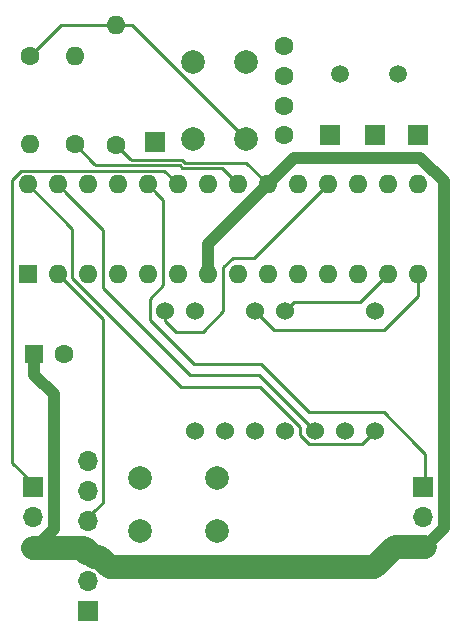
<source format=gbl>
G04 #@! TF.GenerationSoftware,KiCad,Pcbnew,5.0.0-fee4fd1~66~ubuntu14.04.1*
G04 #@! TF.CreationDate,2018-10-15T15:43:49-07:00*
G04 #@! TF.ProjectId,count,636F756E742E6B696361645F70636200,rev?*
G04 #@! TF.SameCoordinates,Original*
G04 #@! TF.FileFunction,Copper,L2,Bot,Signal*
G04 #@! TF.FilePolarity,Positive*
%FSLAX46Y46*%
G04 Gerber Fmt 4.6, Leading zero omitted, Abs format (unit mm)*
G04 Created by KiCad (PCBNEW 5.0.0-fee4fd1~66~ubuntu14.04.1) date Mon Oct 15 15:43:49 2018*
%MOMM*%
%LPD*%
G01*
G04 APERTURE LIST*
G04 #@! TA.AperFunction,ComponentPad*
%ADD10R,1.600000X1.600000*%
G04 #@! TD*
G04 #@! TA.AperFunction,ComponentPad*
%ADD11O,1.600000X1.600000*%
G04 #@! TD*
G04 #@! TA.AperFunction,ComponentPad*
%ADD12C,1.524000*%
G04 #@! TD*
G04 #@! TA.AperFunction,ComponentPad*
%ADD13R,1.700000X1.700000*%
G04 #@! TD*
G04 #@! TA.AperFunction,ComponentPad*
%ADD14O,1.700000X1.700000*%
G04 #@! TD*
G04 #@! TA.AperFunction,ComponentPad*
%ADD15C,1.600000*%
G04 #@! TD*
G04 #@! TA.AperFunction,ComponentPad*
%ADD16C,2.000000*%
G04 #@! TD*
G04 #@! TA.AperFunction,ComponentPad*
%ADD17C,1.500000*%
G04 #@! TD*
G04 #@! TA.AperFunction,Conductor*
%ADD18C,1.000000*%
G04 #@! TD*
G04 #@! TA.AperFunction,Conductor*
%ADD19C,0.250000*%
G04 #@! TD*
G04 #@! TA.AperFunction,Conductor*
%ADD20C,2.000000*%
G04 #@! TD*
G04 APERTURE END LIST*
D10*
G04 #@! TO.P,U1,1*
G04 #@! TO.N,RESET*
X125933200Y-93065600D03*
D11*
G04 #@! TO.P,U1,15*
G04 #@! TO.N,d9*
X158953200Y-85445600D03*
G04 #@! TO.P,U1,2*
G04 #@! TO.N,RX*
X128473200Y-93065600D03*
G04 #@! TO.P,U1,16*
G04 #@! TO.N,d10*
X156413200Y-85445600D03*
G04 #@! TO.P,U1,3*
G04 #@! TO.N,TX*
X131013200Y-93065600D03*
G04 #@! TO.P,U1,17*
G04 #@! TO.N,d11*
X153873200Y-85445600D03*
G04 #@! TO.P,U1,4*
G04 #@! TO.N,d2*
X133553200Y-93065600D03*
G04 #@! TO.P,U1,18*
G04 #@! TO.N,d12*
X151333200Y-85445600D03*
G04 #@! TO.P,U1,5*
G04 #@! TO.N,d3*
X136093200Y-93065600D03*
G04 #@! TO.P,U1,19*
G04 #@! TO.N,d13*
X148793200Y-85445600D03*
G04 #@! TO.P,U1,6*
G04 #@! TO.N,d4*
X138633200Y-93065600D03*
G04 #@! TO.P,U1,20*
G04 #@! TO.N,VCC*
X146253200Y-85445600D03*
G04 #@! TO.P,U1,7*
X141173200Y-93065600D03*
G04 #@! TO.P,U1,21*
G04 #@! TO.N,AREF*
X143713200Y-85445600D03*
G04 #@! TO.P,U1,8*
G04 #@! TO.N,GND*
X143713200Y-93065600D03*
G04 #@! TO.P,U1,22*
X141173200Y-85445600D03*
G04 #@! TO.P,U1,9*
G04 #@! TO.N,XTAL1*
X146253200Y-93065600D03*
G04 #@! TO.P,U1,23*
G04 #@! TO.N,a0*
X138633200Y-85445600D03*
G04 #@! TO.P,U1,10*
G04 #@! TO.N,XTAL2*
X148793200Y-93065600D03*
G04 #@! TO.P,U1,24*
G04 #@! TO.N,a1*
X136093200Y-85445600D03*
G04 #@! TO.P,U1,11*
G04 #@! TO.N,d5*
X151333200Y-93065600D03*
G04 #@! TO.P,U1,25*
G04 #@! TO.N,a2*
X133553200Y-85445600D03*
G04 #@! TO.P,U1,12*
G04 #@! TO.N,d6*
X153873200Y-93065600D03*
G04 #@! TO.P,U1,26*
G04 #@! TO.N,a3*
X131013200Y-85445600D03*
G04 #@! TO.P,U1,13*
G04 #@! TO.N,d7*
X156413200Y-93065600D03*
G04 #@! TO.P,U1,27*
G04 #@! TO.N,a4*
X128473200Y-85445600D03*
G04 #@! TO.P,U1,14*
G04 #@! TO.N,d8*
X158953200Y-93065600D03*
G04 #@! TO.P,U1,28*
G04 #@! TO.N,a5*
X125933200Y-85445600D03*
G04 #@! TD*
D12*
G04 #@! TO.P,U2,1*
G04 #@! TO.N,d13*
X140106400Y-106324400D03*
G04 #@! TO.P,U2,2*
G04 #@! TO.N,d2*
X142646400Y-106324400D03*
G04 #@! TO.P,U2,3*
G04 #@! TO.N,d3*
X145186400Y-106324400D03*
G04 #@! TO.P,U2,4*
G04 #@! TO.N,d4*
X147726400Y-106324400D03*
G04 #@! TO.P,U2,5*
G04 #@! TO.N,a4*
X150266400Y-106324400D03*
G04 #@! TO.P,U2,6*
G04 #@! TO.N,d5*
X152806400Y-106324400D03*
G04 #@! TO.P,U2,7*
G04 #@! TO.N,a5*
X155346400Y-106324400D03*
G04 #@! TO.P,U2,8*
G04 #@! TO.N,d6*
X155346400Y-96164400D03*
G04 #@! TO.P,U2,11*
G04 #@! TO.N,d7*
X147726400Y-96164400D03*
G04 #@! TO.P,U2,12*
G04 #@! TO.N,d8*
X145186400Y-96164400D03*
G04 #@! TO.P,U2,14*
G04 #@! TO.N,N/C*
X140106400Y-96164400D03*
G04 #@! TO.P,U2,15*
G04 #@! TO.N,d12*
X137566400Y-96164400D03*
G04 #@! TD*
D13*
G04 #@! TO.P,J3,1*
G04 #@! TO.N,GND*
X131013200Y-121564400D03*
D14*
G04 #@! TO.P,J3,2*
X131013200Y-119024400D03*
G04 #@! TO.P,J3,3*
G04 #@! TO.N,VCC*
X131013200Y-116484400D03*
G04 #@! TO.P,J3,4*
G04 #@! TO.N,RX*
X131013200Y-113944400D03*
G04 #@! TO.P,J3,5*
G04 #@! TO.N,TX*
X131013200Y-111404400D03*
G04 #@! TO.P,J3,6*
G04 #@! TO.N,DTR*
X131013200Y-108864400D03*
G04 #@! TD*
D10*
G04 #@! TO.P,C1,1*
G04 #@! TO.N,VCC*
X126492000Y-99822000D03*
D15*
G04 #@! TO.P,C1,2*
G04 #@! TO.N,GND*
X128992000Y-99822000D03*
G04 #@! TD*
G04 #@! TO.P,C2,2*
G04 #@! TO.N,XTAL1*
X147599400Y-81290800D03*
G04 #@! TO.P,C2,1*
G04 #@! TO.N,GND*
X147599400Y-78790800D03*
G04 #@! TD*
G04 #@! TO.P,C3,1*
G04 #@! TO.N,GND*
X147599400Y-76248900D03*
G04 #@! TO.P,C3,2*
G04 #@! TO.N,XTAL2*
X147599400Y-73748900D03*
G04 #@! TD*
D11*
G04 #@! TO.P,C4,2*
G04 #@! TO.N,GND*
X129895600Y-74567400D03*
D15*
G04 #@! TO.P,C4,1*
G04 #@! TO.N,AREF*
X129895600Y-82067400D03*
G04 #@! TD*
G04 #@! TO.P,C5,1*
G04 #@! TO.N,RESET*
X126085600Y-74574400D03*
D11*
G04 #@! TO.P,C5,2*
G04 #@! TO.N,DTR*
X126085600Y-82074400D03*
G04 #@! TD*
D14*
G04 #@! TO.P,J1,3*
G04 #@! TO.N,VCC*
X126365000Y-116154200D03*
G04 #@! TO.P,J1,2*
G04 #@! TO.N,GND*
X126365000Y-113614200D03*
D13*
G04 #@! TO.P,J1,1*
G04 #@! TO.N,a0*
X126365000Y-111074200D03*
G04 #@! TD*
G04 #@! TO.P,J2,1*
G04 #@! TO.N,a1*
X159385000Y-111048800D03*
D14*
G04 #@! TO.P,J2,2*
G04 #@! TO.N,GND*
X159385000Y-113588800D03*
G04 #@! TO.P,J2,3*
G04 #@! TO.N,VCC*
X159385000Y-116128800D03*
G04 #@! TD*
D11*
G04 #@! TO.P,R2,2*
G04 #@! TO.N,RESET*
X133400800Y-71932800D03*
D15*
G04 #@! TO.P,R2,1*
G04 #@! TO.N,VCC*
X133400800Y-82092800D03*
G04 #@! TD*
D16*
G04 #@! TO.P,SW3,3*
G04 #@! TO.N,Net-(SW3-Pad3)*
X139954000Y-75135600D03*
G04 #@! TO.P,SW3,4*
X144454000Y-75135600D03*
G04 #@! TO.P,SW3,1*
G04 #@! TO.N,GND*
X139954000Y-81635600D03*
G04 #@! TO.P,SW3,2*
G04 #@! TO.N,RESET*
X144454000Y-81635600D03*
G04 #@! TD*
D17*
G04 #@! TO.P,Y1,1*
G04 #@! TO.N,XTAL1*
X152387300Y-76098400D03*
G04 #@! TO.P,Y1,2*
G04 #@! TO.N,XTAL2*
X157287300Y-76098400D03*
G04 #@! TD*
D13*
G04 #@! TO.P,J4,1*
G04 #@! TO.N,d9*
X159004000Y-81305400D03*
G04 #@! TD*
G04 #@! TO.P,J5,1*
G04 #@! TO.N,d10*
X155295600Y-81305400D03*
G04 #@! TD*
G04 #@! TO.P,J6,1*
G04 #@! TO.N,d11*
X151536400Y-81292700D03*
G04 #@! TD*
G04 #@! TO.P,J7,1*
G04 #@! TO.N,a2*
X136677400Y-81889600D03*
G04 #@! TD*
D16*
G04 #@! TO.P,SW1,3*
G04 #@! TO.N,Net-(SW1-Pad3)*
X141958200Y-110337600D03*
G04 #@! TO.P,SW1,4*
X141958200Y-114837600D03*
G04 #@! TO.P,SW1,1*
G04 #@! TO.N,a3*
X135458200Y-110337600D03*
G04 #@! TO.P,SW1,2*
G04 #@! TO.N,GND*
X135458200Y-114837600D03*
G04 #@! TD*
D18*
G04 #@! TO.N,VCC*
X145453201Y-86245599D02*
X146253200Y-85445600D01*
X141173200Y-93065600D02*
X141173200Y-90525600D01*
X141173200Y-90525600D02*
X145453201Y-86245599D01*
D19*
X134587411Y-83279411D02*
X134200799Y-82892799D01*
X134200799Y-82892799D02*
X133400800Y-82092800D01*
X138984401Y-83410612D02*
X134718612Y-83410612D01*
X146253200Y-85445600D02*
X144442611Y-83635011D01*
X139208800Y-83635011D02*
X138984401Y-83410612D01*
X144442611Y-83635011D02*
X139208800Y-83635011D01*
X134718612Y-83410612D02*
X134200799Y-82892799D01*
D18*
X148488400Y-83210400D02*
X146253200Y-85445600D01*
X159156400Y-83210400D02*
X148488400Y-83210400D01*
X126492000Y-101622000D02*
X128117600Y-103247600D01*
X126492000Y-99822000D02*
X126492000Y-101622000D01*
X128117600Y-114630200D02*
X126085600Y-116662200D01*
X128117600Y-103247600D02*
X128117600Y-114630200D01*
D20*
X130835400Y-116662200D02*
X131013200Y-116484400D01*
D18*
X161138201Y-85192201D02*
X159588200Y-83642200D01*
X161138201Y-114578799D02*
X161138201Y-85192201D01*
X159588200Y-116128800D02*
X161138201Y-114578799D01*
X159588200Y-83642200D02*
X159156400Y-83210400D01*
X160903212Y-84957212D02*
X159588200Y-83642200D01*
D20*
X130733800Y-116205000D02*
X131013200Y-116484400D01*
X126365000Y-116205000D02*
X130733800Y-116205000D01*
X155270200Y-117856000D02*
X156997400Y-116128800D01*
X156997400Y-116128800D02*
X159588200Y-116128800D01*
X132878802Y-117856000D02*
X155270200Y-117856000D01*
X131997201Y-116974399D02*
X132878802Y-117856000D01*
X131503199Y-116974399D02*
X131997201Y-116974399D01*
X131013200Y-116484400D02*
X131503199Y-116974399D01*
D19*
G04 #@! TO.N,AREF*
X131368800Y-83540600D02*
X129895600Y-82067400D01*
X131546600Y-83718400D02*
X131368800Y-83540600D01*
X131688823Y-83860623D02*
X131368800Y-83540600D01*
X139022400Y-84085022D02*
X138798001Y-83860623D01*
X138798001Y-83860623D02*
X131688823Y-83860623D01*
X142352622Y-84085022D02*
X139022400Y-84085022D01*
X143713200Y-85445600D02*
X142352622Y-84085022D01*
G04 #@! TO.N,RESET*
X128727200Y-71932800D02*
X126085600Y-74574400D01*
X133400800Y-71932800D02*
X128727200Y-71932800D01*
X134751200Y-71932800D02*
X133400800Y-71932800D01*
X144454000Y-81635600D02*
X134751200Y-71932800D01*
G04 #@! TO.N,a0*
X137498234Y-84310634D02*
X138633200Y-85445600D01*
X124637800Y-85075998D02*
X125403164Y-84310634D01*
X124637800Y-109034400D02*
X124637800Y-85075998D01*
X125403164Y-84310634D02*
X137498234Y-84310634D01*
X126085600Y-110482200D02*
X124637800Y-109034400D01*
X126085600Y-111582200D02*
X126085600Y-110482200D01*
G04 #@! TO.N,a1*
X156066201Y-104731391D02*
X149714791Y-104731391D01*
X145643600Y-100660200D02*
X140030200Y-100660200D01*
X149714791Y-104731391D02*
X145643600Y-100660200D01*
X136893199Y-86245599D02*
X136093200Y-85445600D01*
X140030200Y-100660200D02*
X136271000Y-96901000D01*
X136271000Y-96901000D02*
X136271000Y-95123000D01*
X137396417Y-93997583D02*
X137396417Y-86748817D01*
X136271000Y-95123000D02*
X137396417Y-93997583D01*
X137396417Y-86748817D02*
X136893199Y-86245599D01*
X159588200Y-108253390D02*
X158903810Y-107569000D01*
X159588200Y-111048800D02*
X159588200Y-108253390D01*
X158903810Y-107569000D02*
X156066201Y-104731391D01*
X159131000Y-107796190D02*
X158903810Y-107569000D01*
G04 #@! TO.N,RX*
X131634599Y-113043601D02*
X130784600Y-113893600D01*
X132283200Y-112395000D02*
X131634599Y-113043601D01*
X132283200Y-96875600D02*
X132283200Y-112395000D01*
X128473200Y-93065600D02*
X132283200Y-96875600D01*
G04 #@! TO.N,d12*
X137566400Y-97002600D02*
X137566400Y-96164400D01*
X140792200Y-97917000D02*
X138480800Y-97917000D01*
X142494000Y-96215200D02*
X140792200Y-97917000D01*
X138480800Y-97917000D02*
X137566400Y-97002600D01*
X142494000Y-92481400D02*
X142494000Y-96215200D01*
X143281400Y-91694000D02*
X142494000Y-92481400D01*
X145084800Y-91694000D02*
X143281400Y-91694000D01*
X151333200Y-85445600D02*
X145084800Y-91694000D01*
G04 #@! TO.N,d7*
X155613201Y-93865599D02*
X156413200Y-93065600D01*
X154076399Y-95402401D02*
X155613201Y-93865599D01*
X148488399Y-95402401D02*
X154076399Y-95402401D01*
X147726400Y-96164400D02*
X148488399Y-95402401D01*
G04 #@! TO.N,a4*
X129273199Y-86245599D02*
X128473200Y-85445600D01*
X132308600Y-89281000D02*
X129273199Y-86245599D01*
X132308600Y-94208600D02*
X132308600Y-89281000D01*
X139700000Y-101600000D02*
X132308600Y-94208600D01*
X145542000Y-101600000D02*
X139700000Y-101600000D01*
X150266400Y-106324400D02*
X145542000Y-101600000D01*
G04 #@! TO.N,d8*
X158953200Y-94919800D02*
X158953200Y-93065600D01*
X156083000Y-97790000D02*
X158953200Y-94919800D01*
X146812000Y-97790000D02*
X156083000Y-97790000D01*
X145186400Y-96164400D02*
X146812000Y-97790000D01*
G04 #@! TO.N,a5*
X154259399Y-107411401D02*
X155346400Y-106324400D01*
X149744639Y-107411401D02*
X154259399Y-107411401D01*
X148971000Y-106637762D02*
X149744639Y-107411401D01*
X145585187Y-102616000D02*
X148971000Y-106001813D01*
X138898598Y-102616000D02*
X145585187Y-102616000D01*
X129692400Y-89204800D02*
X129692400Y-93409802D01*
X148971000Y-106001813D02*
X148971000Y-106637762D01*
X129692400Y-93409802D02*
X138898598Y-102616000D01*
X125933200Y-85445600D02*
X129692400Y-89204800D01*
G04 #@! TD*
M02*

</source>
